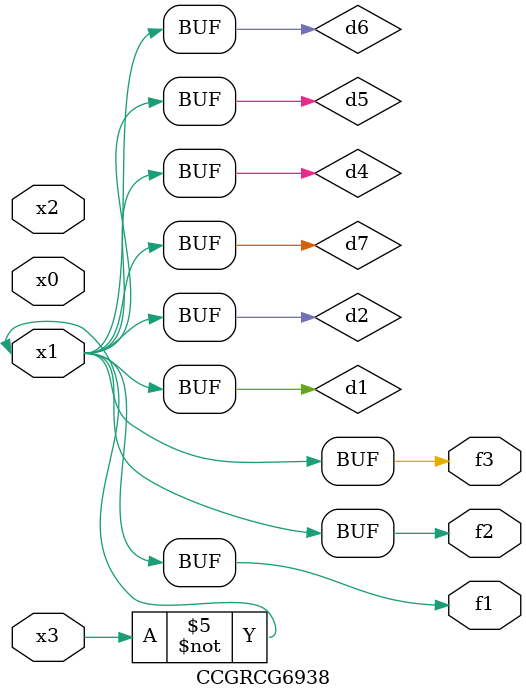
<source format=v>
module CCGRCG6938(
	input x0, x1, x2, x3,
	output f1, f2, f3
);

	wire d1, d2, d3, d4, d5, d6, d7;

	not (d1, x3);
	buf (d2, x1);
	xnor (d3, d1, d2);
	nor (d4, d1);
	buf (d5, d1, d2);
	buf (d6, d4, d5);
	nand (d7, d4);
	assign f1 = d6;
	assign f2 = d7;
	assign f3 = d6;
endmodule

</source>
